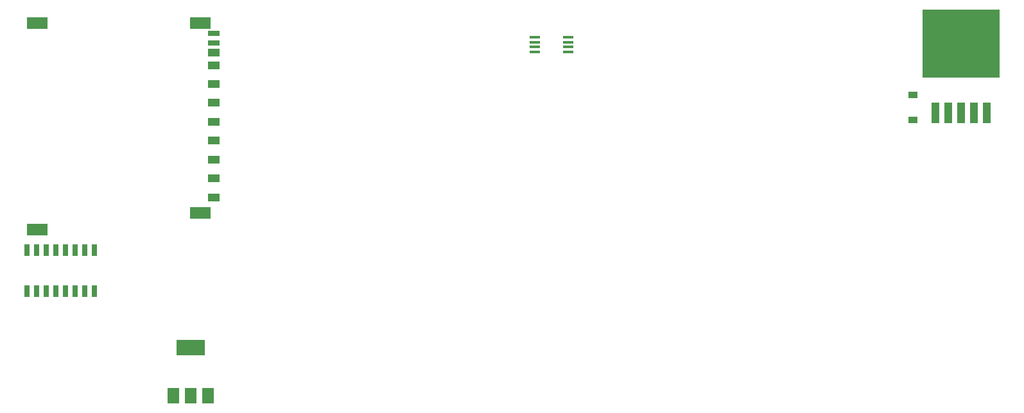
<source format=gbr>
G04 #@! TF.FileFunction,Paste,Top*
%FSLAX46Y46*%
G04 Gerber Fmt 4.6, Leading zero omitted, Abs format (unit mm)*
G04 Created by KiCad (PCBNEW 4.0.7) date 03/02/18 16:18:39*
%MOMM*%
%LPD*%
G01*
G04 APERTURE LIST*
%ADD10C,0.100000*%
%ADD11R,1.500000X1.000000*%
%ADD12R,1.500000X0.700000*%
%ADD13R,2.800000X1.500000*%
%ADD14R,1.450000X0.450000*%
%ADD15R,1.016000X2.692400*%
%ADD16R,10.160000X8.940800*%
%ADD17R,0.635000X1.524000*%
%ADD18R,3.800000X2.000000*%
%ADD19R,1.500000X2.000000*%
%ADD20R,1.200000X0.900000*%
G04 APERTURE END LIST*
D10*
D11*
X100240000Y-75455000D03*
X100240000Y-72955000D03*
X100240000Y-70455000D03*
X100240000Y-67955000D03*
X100240000Y-65455000D03*
X100240000Y-62955000D03*
X100240000Y-60525000D03*
X100240000Y-58825000D03*
X100240000Y-77955000D03*
D12*
X100240000Y-57525000D03*
X100240000Y-56325000D03*
D13*
X98440000Y-80030000D03*
X76940000Y-82230000D03*
X76940000Y-54930000D03*
X98440000Y-54930000D03*
D14*
X142580000Y-56810000D03*
X142580000Y-57460000D03*
X142580000Y-58110000D03*
X142580000Y-58760000D03*
X146980000Y-58760000D03*
X146980000Y-58110000D03*
X146980000Y-57460000D03*
X146980000Y-56810000D03*
D15*
X195351400Y-66827400D03*
X197053200Y-66827400D03*
X198755000Y-66827400D03*
X200456800Y-66827400D03*
X202158600Y-66827400D03*
D16*
X198755000Y-57632600D03*
D17*
X76835000Y-90325000D03*
X79375000Y-84935000D03*
X75565000Y-90325000D03*
X78105000Y-90325000D03*
X79375000Y-90325000D03*
X78105000Y-84935000D03*
X80645000Y-84935000D03*
X81915000Y-84935000D03*
X81915000Y-90325000D03*
X84455000Y-84935000D03*
X80645000Y-90325000D03*
X83185000Y-90325000D03*
X83185000Y-84935000D03*
X84455000Y-90325000D03*
X76835000Y-84935000D03*
X75565000Y-84935000D03*
D18*
X97155000Y-97815000D03*
D19*
X97155000Y-104115000D03*
X99455000Y-104115000D03*
X94855000Y-104115000D03*
D20*
X192405000Y-67690000D03*
X192405000Y-64390000D03*
M02*

</source>
